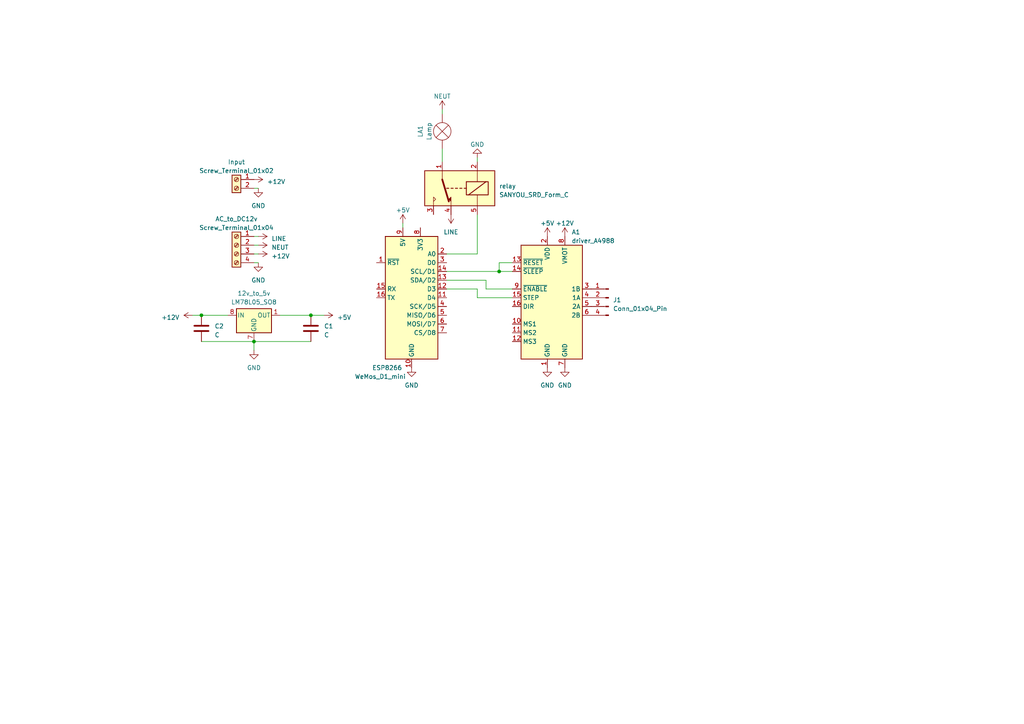
<source format=kicad_sch>
(kicad_sch (version 20230121) (generator eeschema)
  (paper "A4")
  (lib_symbols
    (symbol "Connector:Conn_01x04_Pin" (pin_names (offset 1.016) hide)
      (property "Reference" "J" (at 0 5.08 0))
      (property "Value" "Conn_01x04_Pin" (at 0 -7.62 0))
      (symbol "Conn_01x04_Pin_1_1"
        (polyline (pts (xy 1.27 -5.08) (xy 0.8636 -5.08)) (stroke (width 0.1524)))
        (polyline (pts (xy 1.27 -2.54) (xy 0.8636 -2.54)) (stroke (width 0.1524)))
        (polyline (pts (xy 1.27 0) (xy 0.8636 0)) (stroke (width 0.1524)))
        (polyline (pts (xy 1.27 2.54) (xy 0.8636 2.54)) (stroke (width 0.1524)))
        (rectangle (start 0.8636 -4.953) (end 0 -5.207) (stroke (width 0.1524)) (fill (type outline)))
        (rectangle (start 0.8636 -2.413) (end 0 -2.667) (stroke (width 0.1524)) (fill (type outline)))
        (rectangle (start 0.8636 0.127) (end 0 -0.127) (stroke (width 0.1524)) (fill (type outline)))
        (rectangle (start 0.8636 2.667) (end 0 2.413) (stroke (width 0.1524)) (fill (type outline)))
        (pin passive line (at 5.08 2.54 180) (length 3.81) (name "Pin_1") (number "1"))
        (pin passive line (at 5.08 0 180) (length 3.81) (name "Pin_2") (number "2"))
        (pin passive line (at 5.08 -2.54 180) (length 3.81) (name "Pin_3") (number "3"))
        (pin passive line (at 5.08 -5.08 180) (length 3.81) (name "Pin_4") (number "4"))
      )
    )
    (symbol "Connector:Screw_Terminal_01x02" (pin_names (offset 1.016) hide)
      (property "Reference" "J" (at 0 2.54 0))
      (property "Value" "Screw_Terminal_01x02" (at 0 -5.08 0))
      (symbol "Screw_Terminal_01x02_1_1"
        (rectangle (start -1.27 1.27) (end 1.27 -3.81) (stroke (width 0.254)) (fill (type background)))
        (circle (center 0 -2.54) (radius 0.635) (stroke (width 0.1524)))
        (polyline (pts (xy -0.5334 -2.2098) (xy 0.3302 -3.048)) (stroke (width 0.1524)))
        (polyline (pts (xy -0.5334 0.3302) (xy 0.3302 -0.508)) (stroke (width 0.1524)))
        (polyline (pts (xy -0.3556 -2.032) (xy 0.508 -2.8702)) (stroke (width 0.1524)))
        (polyline (pts (xy -0.3556 0.508) (xy 0.508 -0.3302)) (stroke (width 0.1524)))
        (circle (center 0 0) (radius 0.635) (stroke (width 0.1524)))
        (pin passive line (at -5.08 0 0) (length 3.81) (name "Pin_1") (number "1"))
        (pin passive line (at -5.08 -2.54 0) (length 3.81) (name "Pin_2") (number "2"))
      )
    )
    (symbol "Connector:Screw_Terminal_01x04" (pin_names (offset 1.016) hide)
      (property "Reference" "J" (at 0 5.08 0))
      (property "Value" "Screw_Terminal_01x04" (at 0 -7.62 0))
      (symbol "Screw_Terminal_01x04_1_1"
        (rectangle (start -1.27 3.81) (end 1.27 -6.35) (stroke (width 0.254)) (fill (type background)))
        (circle (center 0 -5.08) (radius 0.635) (stroke (width 0.1524)))
        (circle (center 0 -2.54) (radius 0.635) (stroke (width 0.1524)))
        (polyline (pts (xy -0.5334 -4.7498) (xy 0.3302 -5.588)) (stroke (width 0.1524)))
        (polyline (pts (xy -0.5334 -2.2098) (xy 0.3302 -3.048)) (stroke (width 0.1524)))
        (polyline (pts (xy -0.5334 0.3302) (xy 0.3302 -0.508)) (stroke (width 0.1524)))
        (polyline (pts (xy -0.5334 2.8702) (xy 0.3302 2.032)) (stroke (width 0.1524)))
        (polyline (pts (xy -0.3556 -4.572) (xy 0.508 -5.4102)) (stroke (width 0.1524)))
        (polyline (pts (xy -0.3556 -2.032) (xy 0.508 -2.8702)) (stroke (width 0.1524)))
        (polyline (pts (xy -0.3556 0.508) (xy 0.508 -0.3302)) (stroke (width 0.1524)))
        (polyline (pts (xy -0.3556 3.048) (xy 0.508 2.2098)) (stroke (width 0.1524)))
        (circle (center 0 0) (radius 0.635) (stroke (width 0.1524)))
        (circle (center 0 2.54) (radius 0.635) (stroke (width 0.1524)))
        (pin passive line (at -5.08 2.54 0) (length 3.81) (name "Pin_1") (number "1"))
        (pin passive line (at -5.08 0 0) (length 3.81) (name "Pin_2") (number "2"))
        (pin passive line (at -5.08 -2.54 0) (length 3.81) (name "Pin_3") (number "3"))
        (pin passive line (at -5.08 -5.08 0) (length 3.81) (name "Pin_4") (number "4"))
      )
    )
    (symbol "Device:C" (pin_numbers hide) (pin_names (offset 0.254))
      (property "Reference" "C" (at 0.635 2.54 0))
      (property "Value" "C" (at 0.635 -2.54 0))
      (symbol "C_0_1"
        (polyline (pts (xy -2.032 -0.762) (xy 2.032 -0.762)) (stroke (width 0.508)))
        (polyline (pts (xy -2.032 0.762) (xy 2.032 0.762)) (stroke (width 0.508)))
      )
      (symbol "C_1_1"
        (pin passive line (at 0 3.81 270) (length 2.794) (name "~") (number "1"))
        (pin passive line (at 0 -3.81 90) (length 2.794) (name "~") (number "2"))
      )
    )
    (symbol "Device:Lamp" (pin_numbers hide) (pin_names (offset 0.0254) hide)
      (property "Reference" "LA" (at 0.635 3.81 0))
      (property "Value" "Lamp" (at 0.635 -3.81 0))
      (symbol "Lamp_0_1"
        (polyline (pts (xy -1.778 1.778) (xy 1.778 -1.778)))
        (polyline (pts (xy 1.778 1.778) (xy -1.778 -1.778)))
        (circle (center 0 0) (radius 2.54))
      )
      (symbol "Lamp_1_1"
        (pin passive line (at 0 -5.08 90) (length 2.54) (name "-") (number "1"))
        (pin passive line (at 0 5.08 270) (length 2.54) (name "+") (number "2"))
      )
    )
    (symbol "Driver_Motor:Pololu_Breakout_A4988"
      (property "Reference" "A" (at -2.54 19.05 0))
      (property "Value" "Pololu_Breakout_A4988" (at -2.54 16.51 0))
      (symbol "Pololu_Breakout_A4988_0_1"
        (rectangle (start 10.16 -17.78) (end -7.62 15.24) (stroke (width 0.254)) (fill (type background)))
      )
      (symbol "Pololu_Breakout_A4988_1_1"
        (pin power_in line (at 0 -20.32 90) (length 2.54) (name "GND") (number "1"))
        (pin input line (at -10.16 -7.62 0) (length 2.54) (name "MS1") (number "10"))
        (pin input line (at -10.16 -10.16 0) (length 2.54) (name "MS2") (number "11"))
        (pin input line (at -10.16 -12.7 0) (length 2.54) (name "MS3") (number "12"))
        (pin input line (at -10.16 10.16 0) (length 2.54) (name "~{RESET}") (number "13"))
        (pin input line (at -10.16 7.62 0) (length 2.54) (name "~{SLEEP}") (number "14"))
        (pin input line (at -10.16 0 0) (length 2.54) (name "STEP") (number "15"))
        (pin input line (at -10.16 -2.54 0) (length 2.54) (name "DIR") (number "16"))
        (pin power_in line (at 0 17.78 270) (length 2.54) (name "VDD") (number "2"))
        (pin output line (at 12.7 2.54 180) (length 2.54) (name "1B") (number "3"))
        (pin output line (at 12.7 0 180) (length 2.54) (name "1A") (number "4"))
        (pin output line (at 12.7 -2.54 180) (length 2.54) (name "2A") (number "5"))
        (pin output line (at 12.7 -5.08 180) (length 2.54) (name "2B") (number "6"))
        (pin power_in line (at 5.08 -20.32 90) (length 2.54) (name "GND") (number "7"))
        (pin power_in line (at 5.08 17.78 270) (length 2.54) (name "VMOT") (number "8"))
        (pin input line (at -10.16 2.54 0) (length 2.54) (name "~{ENABLE}") (number "9"))
      )
    )
    (symbol "MCU_Module:WeMos_D1_mini"
      (property "Reference" "U" (at 3.81 19.05 0))
      (property "Value" "WeMos_D1_mini" (at 1.27 -19.05 0))
      (symbol "WeMos_D1_mini_1_1"
        (rectangle (start -7.62 17.78) (end 7.62 -17.78) (stroke (width 0.254)) (fill (type background)))
        (pin input line (at -10.16 10.16 0) (length 2.54) (name "~{RST}") (number "1"))
        (pin power_in line (at 0 -20.32 90) (length 2.54) (name "GND") (number "10"))
        (pin bidirectional line (at 10.16 0 180) (length 2.54) (name "D4") (number "11"))
        (pin bidirectional line (at 10.16 2.54 180) (length 2.54) (name "D3") (number "12"))
        (pin bidirectional line (at 10.16 5.08 180) (length 2.54) (name "SDA/D2") (number "13"))
        (pin bidirectional line (at 10.16 7.62 180) (length 2.54) (name "SCL/D1") (number "14"))
        (pin input line (at -10.16 2.54 0) (length 2.54) (name "RX") (number "15"))
        (pin output line (at -10.16 0 0) (length 2.54) (name "TX") (number "16"))
        (pin input line (at 10.16 12.7 180) (length 2.54) (name "A0") (number "2"))
        (pin bidirectional line (at 10.16 10.16 180) (length 2.54) (name "D0") (number "3"))
        (pin bidirectional line (at 10.16 -2.54 180) (length 2.54) (name "SCK/D5") (number "4"))
        (pin bidirectional line (at 10.16 -5.08 180) (length 2.54) (name "MISO/D6") (number "5"))
        (pin bidirectional line (at 10.16 -7.62 180) (length 2.54) (name "MOSI/D7") (number "6"))
        (pin bidirectional line (at 10.16 -10.16 180) (length 2.54) (name "CS/D8") (number "7"))
        (pin power_out line (at 2.54 20.32 270) (length 2.54) (name "3V3") (number "8"))
        (pin power_in line (at -2.54 20.32 270) (length 2.54) (name "5V") (number "9"))
      )
    )
    (symbol "Regulator_Linear:LM78L05_SO8" (pin_names (offset 0.254))
      (property "Reference" "U" (at -3.81 3.175 0))
      (property "Value" "LM78L05_SO8" (at 0 3.175 0))
      (symbol "LM78L05_SO8_0_1"
        (rectangle (start -5.08 1.905) (end 5.08 -5.08) (stroke (width 0.254)) (fill (type background)))
      )
      (symbol "LM78L05_SO8_1_1"
        (pin power_out line (at 7.62 0 180) (length 2.54) (name "OUT") (number "1"))
        (pin passive line (at 0 -7.62 90) (length 2.54) hide (name "GND") (number "2"))
        (pin passive line (at 0 -7.62 90) (length 2.54) hide (name "GND") (number "3"))
        (pin no_connect line (at -5.08 -2.54 0) (length 2.54) hide (name "NC") (number "4"))
        (pin no_connect line (at 5.08 -2.54 180) (length 2.54) hide (name "NC") (number "5"))
        (pin passive line (at 0 -7.62 90) (length 2.54) hide (name "GND") (number "6"))
        (pin power_in line (at 0 -7.62 90) (length 2.54) (name "GND") (number "7"))
        (pin power_in line (at -7.62 0 0) (length 2.54) (name "IN") (number "8"))
      )
    )
    (symbol "Relay:SANYOU_SRD_Form_C"
      (property "Reference" "K" (at 11.43 3.81 0))
      (property "Value" "SANYOU_SRD_Form_C" (at 11.43 1.27 0))
      (symbol "SANYOU_SRD_Form_C_0_0"
        (polyline (pts (xy 7.62 5.08) (xy 7.62 2.54) (xy 6.985 3.175) (xy 7.62 3.81)))
      )
      (symbol "SANYOU_SRD_Form_C_0_1"
        (rectangle (start -10.16 5.08) (end 10.16 -5.08) (stroke (width 0.254)) (fill (type background)))
        (rectangle (start -8.255 1.905) (end -1.905 -1.905) (stroke (width 0.254)))
        (polyline (pts (xy -7.62 -1.905) (xy -2.54 1.905)) (stroke (width 0.254)))
        (polyline (pts (xy -5.08 -5.08) (xy -5.08 -1.905)))
        (polyline (pts (xy -5.08 5.08) (xy -5.08 1.905)))
        (polyline (pts (xy -1.905 0) (xy -1.27 0)) (stroke (width 0.254)))
        (polyline (pts (xy -0.635 0) (xy 0 0)) (stroke (width 0.254)))
        (polyline (pts (xy 0.635 0) (xy 1.27 0)) (stroke (width 0.254)))
        (polyline (pts (xy 1.905 0) (xy 2.54 0)) (stroke (width 0.254)))
        (polyline (pts (xy 3.175 0) (xy 3.81 0)) (stroke (width 0.254)))
        (polyline (pts (xy 5.08 -2.54) (xy 3.175 3.81)) (stroke (width 0.508)))
        (polyline (pts (xy 5.08 -2.54) (xy 5.08 -5.08)))
      )
      (symbol "SANYOU_SRD_Form_C_1_1"
        (polyline (pts (xy 2.54 3.81) (xy 3.175 3.175) (xy 2.54 2.54) (xy 2.54 5.08)) (fill (type outline)))
        (pin passive line (at 5.08 -7.62 90) (length 2.54) (name "~") (number "1"))
        (pin passive line (at -5.08 -7.62 90) (length 2.54) (name "~") (number "2"))
        (pin passive line (at 7.62 7.62 270) (length 2.54) (name "~") (number "3"))
        (pin passive line (at 2.54 7.62 270) (length 2.54) (name "~") (number "4"))
        (pin passive line (at -5.08 7.62 270) (length 2.54) (name "~") (number "5"))
      )
    )
    (symbol "power:+12V" (power) (pin_names (offset 0))
      (property "Value" "+12V" (at 0 3.556 0))
      (symbol "+12V_0_1"
        (polyline (pts (xy -0.762 1.27) (xy 0 2.54)))
        (polyline (pts (xy 0 0) (xy 0 2.54)))
        (polyline (pts (xy 0 2.54) (xy 0.762 1.27)))
      )
      (symbol "+12V_1_1"
        (pin power_in line (at 0 0 90) (length 0) hide (name "+12V") (number "1"))
      )
    )
    (symbol "power:+5V" (power) (pin_names (offset 0))
      (property "Value" "+5V" (at 0 3.556 0))
      (symbol "+5V_0_1"
        (polyline (pts (xy -0.762 1.27) (xy 0 2.54)))
        (polyline (pts (xy 0 0) (xy 0 2.54)))
        (polyline (pts (xy 0 2.54) (xy 0.762 1.27)))
      )
      (symbol "+5V_1_1"
        (pin power_in line (at 0 0 90) (length 0) hide (name "+5V") (number "1"))
      )
    )
    (symbol "power:GND" (power) (pin_names (offset 0))
      (property "Value" "GND" (at 0 -3.81 0))
      (symbol "GND_0_1"
        (polyline (pts (xy 0 0) (xy 0 -1.27) (xy 1.27 -1.27) (xy 0 -2.54) (xy -1.27 -1.27) (xy 0 -1.27)))
      )
      (symbol "GND_1_1"
        (pin power_in line (at 0 0 270) (length 0) hide (name "GND") (number "1"))
      )
    )
    (symbol "power:LINE" (power) (pin_names (offset 0))
      (property "Value" "LINE" (at 0 3.81 0))
      (symbol "LINE_0_1"
        (polyline (pts (xy -0.762 1.27) (xy 0 2.54)))
        (polyline (pts (xy 0 0) (xy 0 2.54)))
        (polyline (pts (xy 0 2.54) (xy 0.762 1.27)))
      )
      (symbol "LINE_1_1"
        (pin power_in line (at 0 0 90) (length 0) hide (name "LINE") (number "1"))
      )
    )
    (symbol "power:NEUT" (power) (pin_names (offset 0))
      (property "Value" "NEUT" (at 0 3.81 0))
      (symbol "NEUT_0_1"
        (polyline (pts (xy -0.762 1.27) (xy 0 2.54)))
        (polyline (pts (xy 0 0) (xy 0 2.54)))
        (polyline (pts (xy 0 2.54) (xy 0.762 1.27)))
      )
      (symbol "NEUT_1_1"
        (pin power_in line (at 0 0 90) (length 0) hide (name "NEUT") (number "1"))
      )
    )
  )
  (junction (at 73.66 99.06))
  (junction (at 144.78 78.74))
  (junction (at 90.17 91.44))
  (junction (at 58.42 91.44))
  (wire (pts (xy 73.66 71.12) (xy 74.93 71.12)))
  (wire (pts (xy 93.98 91.44) (xy 90.17 91.44)))
  (wire (pts (xy 129.54 78.74) (xy 144.78 78.74)))
  (wire (pts (xy 55.88 91.44) (xy 58.42 91.44)))
  (wire (pts (xy 73.66 68.58) (xy 74.93 68.58)))
  (wire (pts (xy 138.43 86.36) (xy 148.59 86.36)))
  (wire (pts (xy 138.43 45.72) (xy 138.43 46.99)))
  (wire (pts (xy 128.27 31.75) (xy 128.27 33.02)))
  (wire (pts (xy 73.66 101.6) (xy 73.66 99.06)))
  (wire (pts (xy 81.28 91.44) (xy 90.17 91.44)))
  (wire (pts (xy 129.54 73.66) (xy 138.43 73.66)))
  (wire (pts (xy 144.78 78.74) (xy 144.78 76.2)))
  (wire (pts (xy 140.97 83.82) (xy 148.59 83.82)))
  (wire (pts (xy 128.27 43.18) (xy 128.27 46.99)))
  (wire (pts (xy 73.66 73.66) (xy 74.93 73.66)))
  (wire (pts (xy 140.97 81.28) (xy 140.97 83.82)))
  (wire (pts (xy 138.43 83.82) (xy 138.43 86.36)))
  (wire (pts (xy 129.54 81.28) (xy 140.97 81.28)))
  (wire (pts (xy 73.66 99.06) (xy 90.17 99.06)))
  (wire (pts (xy 73.66 76.2) (xy 74.93 76.2)))
  (wire (pts (xy 58.42 99.06) (xy 73.66 99.06)))
  (wire (pts (xy 58.42 91.44) (xy 66.04 91.44)))
  (wire (pts (xy 138.43 73.66) (xy 138.43 62.23)))
  (wire (pts (xy 148.59 78.74) (xy 144.78 78.74)))
  (wire (pts (xy 144.78 76.2) (xy 148.59 76.2)))
  (wire (pts (xy 116.84 64.77) (xy 116.84 66.04)))
  (wire (pts (xy 74.93 54.61) (xy 73.66 54.61)))
  (wire (pts (xy 129.54 83.82) (xy 138.43 83.82)))
  (symbol (lib_id "power:NEUT") (at 74.93 71.12 270) (unit 1)
    (property "Reference" "#PWR012" (effects hide))
    (property "Value" "NEUT" (at 78.74 71.755 90) (effects (justify left)))
  )
  (symbol (lib_id "power:LINE") (at 74.93 68.58 270) (unit 1)
    (property "Reference" "#PWR013" (effects hide))
    (property "Value" "LINE" (at 78.74 69.215 90) (effects (justify left)))
  )
  (symbol (lib_id "power:+12V") (at 73.66 52.07 270) (unit 1)
    (property "Reference" "#PWR01" (effects hide))
    (property "Value" "+12V" (at 77.47 52.705 90) (effects (justify left)))
  )
  (symbol (lib_id "power:GND") (at 119.38 106.68 0) (unit 1)
    (property "Reference" "#PWR015" (effects hide))
    (property "Value" "GND" (at 119.38 111.76 0))
  )
  (symbol (lib_id "power:GND") (at 163.83 106.68 0) (unit 1)
    (property "Reference" "#PWR03" (effects hide))
    (property "Value" "GND" (at 163.83 111.76 0))
  )
  (symbol (lib_id "power:GND") (at 73.66 101.6 0) (unit 1)
    (property "Reference" "#PWR06" (effects hide))
    (property "Value" "GND" (at 73.66 106.68 0))
  )
  (symbol (lib_id "power:GND") (at 158.75 106.68 0) (unit 1)
    (property "Reference" "#PWR04" (effects hide))
    (property "Value" "GND" (at 158.75 111.76 0))
  )
  (symbol (lib_id "power:+12V") (at 55.88 91.44 90) (mirror x) (unit 1)
    (property "Reference" "#PWR07" (effects hide))
    (property "Value" "+12V" (at 52.07 92.075 90) (effects (justify left)))
  )
  (symbol (lib_id "power:+12V") (at 74.93 73.66 270) (unit 1)
    (property "Reference" "#PWR010" (effects hide))
    (property "Value" "+12V" (at 78.74 74.295 90) (effects (justify left)))
  )
  (symbol (lib_id "Regulator_Linear:LM78L05_SO8") (at 73.66 91.44 0) (unit 1)
    (property "Reference" "12v_to_5v" (at 73.66 85.09 0))
    (property "Value" "LM78L05_SO8" (at 73.66 87.63 0))
    (property "Footprint" "Package_SO:SOIC-8_3.9x4.9mm_P1.27mm" (effects hide))
    (property "Datasheet" "https://www.onsemi.com/pub/Collateral/MC78L06A-D.pdf" (effects hide))
  )
  (symbol (lib_id "Connector:Screw_Terminal_01x04") (at 68.58 71.12 0) (mirror y) (unit 1)
    (property "Reference" "AC_to_DC12v" (at 68.58 63.5 0))
    (property "Value" "Screw_Terminal_01x04" (at 68.58 66.04 0))
  )
  (symbol (lib_id "Driver_Motor:Pololu_Breakout_A4988") (at 158.75 86.36 0) (unit 1)
    (property "Reference" "A1" (at 165.7859 67.31 0) (effects (justify left)))
    (property "Value" "driver_A4988" (at 165.7859 69.85 0) (effects (justify left)))
    (property "Footprint" "Module:Pololu_Breakout-16_15.2x20.3mm" (effects hide))
    (property "Datasheet" "https://www.pololu.com/product/2980/pictures" (effects hide))
  )
  (symbol (lib_id "power:+5V") (at 93.98 91.44 270) (unit 1)
    (property "Reference" "#PWR09" (effects hide))
    (property "Value" "+5V" (at 97.79 92.075 90) (effects (justify left)))
  )
  (symbol (lib_id "power:+5V") (at 116.84 64.77 0) (unit 1)
    (property "Reference" "#PWR014" (effects hide))
    (property "Value" "+5V" (at 116.84 60.96 0))
  )
  (symbol (lib_id "Device:Lamp") (at 128.27 38.1 180) (unit 1)
    (property "Reference" "LA1" (at 121.92 38.1 90))
    (property "Value" "Lamp" (at 124.46 38.1 90))
  )
  (symbol (lib_id "power:+12V") (at 163.83 68.58 0) (unit 1)
    (property "Reference" "#PWR05" (effects hide))
    (property "Value" "+12V" (at 163.83 64.77 0))
  )
  (symbol (lib_id "Relay:SANYOU_SRD_Form_C") (at 133.35 54.61 180) (unit 1)
    (property "Reference" "relay" (at 144.78 53.975 0) (effects (justify right)))
    (property "Value" "SANYOU_SRD_Form_C" (at 144.78 56.515 0) (effects (justify right)))
    (property "Footprint" "Relay_THT:Relay_SPDT_SANYOU_SRD_Series_Form_C" (effects hide))
    (property "Datasheet" "http://www.sanyourelay.ca/public/products/pdf/SRD.pdf" (effects hide))
  )
  (symbol (lib_id "power:GND") (at 138.43 45.72 180) (unit 1)
    (property "Reference" "#PWR017" (effects hide))
    (property "Value" "GND" (at 138.43 41.91 0))
  )
  (symbol (lib_id "Device:C") (at 90.17 95.25 0) (unit 1)
    (property "Reference" "C1" (at 93.98 94.615 0) (effects (justify left)))
    (property "Value" "C" (at 93.98 97.155 0) (effects (justify left)))
  )
  (symbol (lib_id "power:+5V") (at 158.75 68.58 0) (unit 1)
    (property "Reference" "#PWR08" (effects hide))
    (property "Value" "+5V" (at 158.75 64.77 0))
  )
  (symbol (lib_id "power:GND") (at 74.93 76.2 0) (unit 1)
    (property "Reference" "#PWR011" (effects hide))
    (property "Value" "GND" (at 74.93 81.28 0))
  )
  (symbol (lib_id "power:LINE") (at 130.81 62.23 180) (unit 1)
    (property "Reference" "#PWR016" (effects hide))
    (property "Value" "LINE" (at 130.81 67.31 0))
  )
  (symbol (lib_id "MCU_Module:WeMos_D1_mini") (at 119.38 86.36 0) (unit 1)
    (property "Reference" "ESP8266" (at 107.95 106.68 0) (effects (justify left)))
    (property "Value" "WeMos_D1_mini" (at 102.87 109.22 0) (effects (justify left)))
    (property "Footprint" "Module:WEMOS_D1_mini_light" (effects hide))
    (property "Datasheet" "https://wiki.wemos.cc/products:d1:d1_mini#documentation" (effects hide))
  )
  (symbol (lib_id "Connector:Conn_01x04_Pin") (at 176.53 86.36 0) (mirror y) (unit 1)
    (property "Reference" "J1" (at 177.8 86.995 0) (effects (justify right)))
    (property "Value" "Conn_01x04_Pin" (at 177.8 89.535 0) (effects (justify right)))
  )
  (symbol (lib_id "power:GND") (at 74.93 54.61 0) (unit 1)
    (property "Reference" "#PWR02" (effects hide))
    (property "Value" "GND" (at 74.93 59.69 0))
  )
  (symbol (lib_id "Device:C") (at 58.42 95.25 0) (unit 1)
    (property "Reference" "C2" (at 62.23 94.615 0) (effects (justify left)))
    (property "Value" "C" (at 62.23 97.155 0) (effects (justify left)))
  )
  (symbol (lib_id "power:NEUT") (at 128.27 31.75 0) (unit 1)
    (property "Reference" "#PWR018" (effects hide))
    (property "Value" "NEUT" (at 128.27 27.94 0))
  )
  (symbol (lib_id "Connector:Screw_Terminal_01x02") (at 68.58 52.07 0) (mirror y) (unit 1)
    (property "Reference" "Input" (at 68.58 46.99 0))
    (property "Value" "Screw_Terminal_01x02" (at 68.58 49.53 0))
  )
)
</source>
